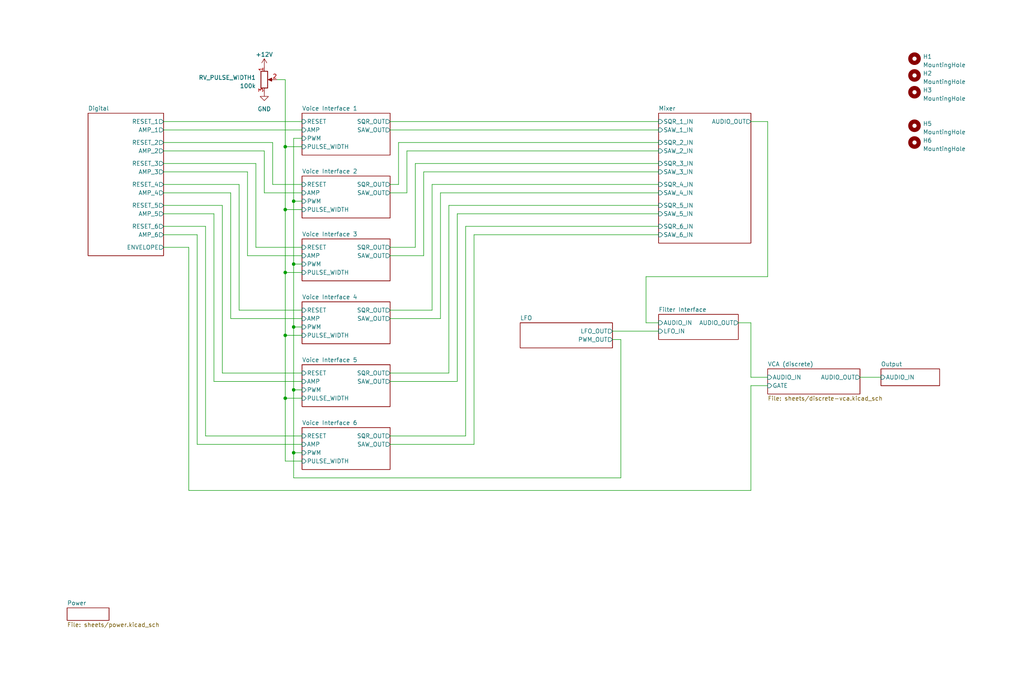
<source format=kicad_sch>
(kicad_sch (version 20230121) (generator eeschema)
  (paper "User" 310.007 210.007)
  (title_block (title "Brow — 6 voice paraphonic synth for Dr gLove") (date "2023-03-31") (company "Shmøergh") (comment 1 "All resistors are 1% except when noted"))
  (lib_symbols
    (symbol "Device:R_Potentiometer" (pin_names (offset 1.016) hide)
      (property "Reference" "RV" (at -4.445 0 90))
      (property "Value" "R_Potentiometer" (at -2.54 0 90))
      (symbol "R_Potentiometer_0_1"
        (polyline (pts (xy 2.54 0) (xy 1.524 0)))
        (polyline (pts (xy 1.143 0) (xy 2.286 0.508) (xy 2.286 -0.508) (xy 1.143 0)) (fill (type outline)))
        (rectangle (start 1.016 2.54) (end -1.016 -2.54) (stroke (width 0.254)))
      )
      (symbol "R_Potentiometer_1_1"
        (pin passive line (at 0 3.81 270) (length 1.27) (name "1") (number "1"))
        (pin passive line (at 3.81 0 180) (length 1.27) (name "2") (number "2"))
        (pin passive line (at 0 -3.81 90) (length 1.27) (name "3") (number "3"))
      )
    )
    (symbol "GND_5" (power) (pin_names (offset 0))
      (property "Value" "GND_5" (at 0 -3.81 0))
      (symbol "GND_5_0_1"
        (polyline (pts (xy 0 0) (xy 0 -1.27) (xy 1.27 -1.27) (xy 0 -2.54) (xy -1.27 -1.27) (xy 0 -1.27)))
      )
      (symbol "GND_5_1_1"
        (pin power_in line (at 0 0 270) (length 0) hide (name "GND") (number "1"))
      )
    )
    (symbol "Mechanical:MountingHole" (pin_names (offset 1.016))
      (property "Reference" "H" (at 0 5.08 0))
      (property "Value" "MountingHole" (at 0 3.175 0))
      (symbol "MountingHole_0_1"
        (circle (center 0 0) (radius 1.27) (stroke (width 1.27)))
      )
    )
    (symbol "power:+12V" (power) (pin_names (offset 0))
      (property "Value" "+12V" (at 0 3.556 0))
      (symbol "+12V_0_1"
        (polyline (pts (xy -0.762 1.27) (xy 0 2.54)))
        (polyline (pts (xy 0 0) (xy 0 2.54)))
        (polyline (pts (xy 0 2.54) (xy 0.762 1.27)))
      )
      (symbol "+12V_1_1"
        (pin power_in line (at 0 0 90) (length 0) hide (name "+12V") (number "1"))
      )
    )
  )
  (junction (at 88.9 80.01))
  (junction (at 88.9 137.16))
  (junction (at 86.36 120.65))
  (junction (at 86.36 82.55))
  (junction (at 88.9 99.06))
  (junction (at 86.36 44.45))
  (junction (at 86.36 63.5))
  (junction (at 88.9 60.96))
  (junction (at 86.36 101.6))
  (junction (at 88.9 118.11))
  (wire (pts (xy 49.53 64.77) (xy 64.77 64.77)))
  (wire (pts (xy 118.11 96.52) (xy 133.35 96.52)))
  (wire (pts (xy 83.82 24.13) (xy 86.36 24.13)))
  (wire (pts (xy 118.11 93.98) (xy 130.81 93.98)))
  (wire (pts (xy 143.51 71.12) (xy 199.39 71.12)))
  (wire (pts (xy 118.11 134.62) (xy 143.51 134.62)))
  (wire (pts (xy 86.36 139.7) (xy 91.44 139.7)))
  (wire (pts (xy 64.77 115.57) (xy 91.44 115.57)))
  (wire (pts (xy 88.9 60.96) (xy 88.9 80.01)))
  (wire (pts (xy 143.51 134.62) (xy 143.51 71.12)))
  (wire (pts (xy 128.27 52.07) (xy 199.39 52.07)))
  (wire (pts (xy 140.97 132.08) (xy 140.97 68.58)))
  (wire (pts (xy 62.23 68.58) (xy 62.23 132.08)))
  (wire (pts (xy 77.47 74.93) (xy 91.44 74.93)))
  (wire (pts (xy 49.53 52.07) (xy 74.93 52.07)))
  (wire (pts (xy 130.81 93.98) (xy 130.81 55.88)))
  (wire (pts (xy 86.36 24.13) (xy 86.36 44.45)))
  (wire (pts (xy 88.9 60.96) (xy 91.44 60.96)))
  (wire (pts (xy 125.73 49.53) (xy 199.39 49.53)))
  (wire (pts (xy 82.55 55.88) (xy 91.44 55.88)))
  (wire (pts (xy 59.69 134.62) (xy 91.44 134.62)))
  (wire (pts (xy 49.53 39.37) (xy 91.44 39.37)))
  (wire (pts (xy 88.9 80.01) (xy 88.9 99.06)))
  (wire (pts (xy 140.97 68.58) (xy 199.39 68.58)))
  (wire (pts (xy 67.31 62.23) (xy 67.31 113.03)))
  (wire (pts (xy 118.11 77.47) (xy 128.27 77.47)))
  (wire (pts (xy 59.69 71.12) (xy 59.69 134.62)))
  (wire (pts (xy 123.19 58.42) (xy 123.19 45.72)))
  (wire (pts (xy 135.89 62.23) (xy 199.39 62.23)))
  (wire (pts (xy 49.53 58.42) (xy 69.85 58.42)))
  (wire (pts (xy 49.53 71.12) (xy 59.69 71.12)))
  (wire (pts (xy 57.15 148.59) (xy 227.33 148.59)))
  (wire (pts (xy 77.47 49.53) (xy 77.47 74.93)))
  (wire (pts (xy 138.43 115.57) (xy 138.43 64.77)))
  (wire (pts (xy 223.52 97.79) (xy 227.33 97.79)))
  (wire (pts (xy 227.33 114.3) (xy 232.41 114.3)))
  (wire (pts (xy 49.53 43.18) (xy 82.55 43.18)))
  (wire (pts (xy 86.36 44.45) (xy 86.36 63.5)))
  (wire (pts (xy 232.41 36.83) (xy 232.41 83.82)))
  (wire (pts (xy 86.36 63.5) (xy 91.44 63.5)))
  (wire (pts (xy 128.27 77.47) (xy 128.27 52.07)))
  (wire (pts (xy 88.9 137.16) (xy 91.44 137.16)))
  (wire (pts (xy 118.11 36.83) (xy 199.39 36.83)))
  (wire (pts (xy 72.39 93.98) (xy 91.44 93.98)))
  (wire (pts (xy 67.31 113.03) (xy 91.44 113.03)))
  (wire (pts (xy 227.33 148.59) (xy 227.33 116.84)))
  (wire (pts (xy 72.39 55.88) (xy 72.39 93.98)))
  (wire (pts (xy 185.42 102.87) (xy 187.96 102.87)))
  (wire (pts (xy 49.53 45.72) (xy 80.01 45.72)))
  (wire (pts (xy 80.01 58.42) (xy 91.44 58.42)))
  (wire (pts (xy 49.53 55.88) (xy 72.39 55.88)))
  (wire (pts (xy 86.36 120.65) (xy 86.36 139.7)))
  (wire (pts (xy 123.19 45.72) (xy 199.39 45.72)))
  (wire (pts (xy 195.58 97.79) (xy 199.39 97.79)))
  (wire (pts (xy 118.11 113.03) (xy 135.89 113.03)))
  (wire (pts (xy 64.77 64.77) (xy 64.77 115.57)))
  (wire (pts (xy 125.73 74.93) (xy 125.73 49.53)))
  (wire (pts (xy 195.58 83.82) (xy 195.58 97.79)))
  (wire (pts (xy 133.35 96.52) (xy 133.35 58.42)))
  (wire (pts (xy 88.9 80.01) (xy 91.44 80.01)))
  (wire (pts (xy 187.96 144.78) (xy 88.9 144.78)))
  (wire (pts (xy 130.81 55.88) (xy 199.39 55.88)))
  (wire (pts (xy 260.35 114.3) (xy 266.7 114.3)))
  (wire (pts (xy 49.53 74.93) (xy 57.15 74.93)))
  (wire (pts (xy 74.93 52.07) (xy 74.93 77.47)))
  (wire (pts (xy 185.42 100.33) (xy 199.39 100.33)))
  (wire (pts (xy 88.9 118.11) (xy 88.9 137.16)))
  (wire (pts (xy 86.36 101.6) (xy 86.36 120.65)))
  (wire (pts (xy 49.53 68.58) (xy 62.23 68.58)))
  (wire (pts (xy 187.96 102.87) (xy 187.96 144.78)))
  (wire (pts (xy 133.35 58.42) (xy 199.39 58.42)))
  (wire (pts (xy 57.15 74.93) (xy 57.15 148.59)))
  (wire (pts (xy 86.36 63.5) (xy 86.36 82.55)))
  (wire (pts (xy 49.53 49.53) (xy 77.47 49.53)))
  (wire (pts (xy 118.11 115.57) (xy 138.43 115.57)))
  (wire (pts (xy 86.36 44.45) (xy 91.44 44.45)))
  (wire (pts (xy 120.65 55.88) (xy 120.65 43.18)))
  (wire (pts (xy 118.11 74.93) (xy 125.73 74.93)))
  (wire (pts (xy 118.11 39.37) (xy 199.39 39.37)))
  (wire (pts (xy 82.55 43.18) (xy 82.55 55.88)))
  (wire (pts (xy 69.85 58.42) (xy 69.85 96.52)))
  (wire (pts (xy 88.9 99.06) (xy 88.9 118.11)))
  (wire (pts (xy 49.53 36.83) (xy 91.44 36.83)))
  (wire (pts (xy 138.43 64.77) (xy 199.39 64.77)))
  (wire (pts (xy 88.9 118.11) (xy 91.44 118.11)))
  (wire (pts (xy 69.85 96.52) (xy 91.44 96.52)))
  (wire (pts (xy 80.01 45.72) (xy 80.01 58.42)))
  (wire (pts (xy 88.9 99.06) (xy 91.44 99.06)))
  (wire (pts (xy 74.93 77.47) (xy 91.44 77.47)))
  (wire (pts (xy 227.33 97.79) (xy 227.33 114.3)))
  (wire (pts (xy 118.11 55.88) (xy 120.65 55.88)))
  (wire (pts (xy 118.11 132.08) (xy 140.97 132.08)))
  (wire (pts (xy 62.23 132.08) (xy 91.44 132.08)))
  (wire (pts (xy 86.36 82.55) (xy 91.44 82.55)))
  (wire (pts (xy 88.9 41.91) (xy 88.9 60.96)))
  (wire (pts (xy 91.44 120.65) (xy 86.36 120.65)))
  (wire (pts (xy 88.9 144.78) (xy 88.9 137.16)))
  (wire (pts (xy 86.36 82.55) (xy 86.36 101.6)))
  (wire (pts (xy 232.41 83.82) (xy 195.58 83.82)))
  (wire (pts (xy 49.53 62.23) (xy 67.31 62.23)))
  (wire (pts (xy 88.9 41.91) (xy 91.44 41.91)))
  (wire (pts (xy 227.33 116.84) (xy 232.41 116.84)))
  (wire (pts (xy 227.33 36.83) (xy 232.41 36.83)))
  (wire (pts (xy 120.65 43.18) (xy 199.39 43.18)))
  (wire (pts (xy 135.89 113.03) (xy 135.89 62.23)))
  (wire (pts (xy 86.36 101.6) (xy 91.44 101.6)))
  (wire (pts (xy 118.11 58.42) (xy 123.19 58.42)))
  (symbol (lib_id "Mechanical:MountingHole") (at 276.86 43.18 0) (unit 1)
    (property "Reference" "H6" (at 279.4 42.545 0) (effects (justify left)))
    (property "Value" "MountingHole" (at 279.4 45.085 0) (effects (justify left)))
    (property "Footprint" "MountingHole:MountingHole_3mm_Pad" (effects hide))
  )
  (symbol (lib_name "GND_5") (lib_id "power:GND") (at 80.01 27.94 0) (unit 1)
    (property "Reference" "#PWR095" (effects hide))
    (property "Value" "GND" (at 80.01 33.02 0))
  )
  (symbol (lib_id "Mechanical:MountingHole") (at 276.86 38.1 0) (unit 1)
    (property "Reference" "H5" (at 279.4 37.465 0) (effects (justify left)))
    (property "Value" "MountingHole" (at 279.4 40.005 0) (effects (justify left)))
    (property "Footprint" "MountingHole:MountingHole_3mm_Pad" (effects hide))
  )
  (symbol (lib_id "Mechanical:MountingHole") (at 276.86 27.94 0) (unit 1)
    (property "Reference" "H3" (at 279.4 27.305 0) (effects (justify left)))
    (property "Value" "MountingHole" (at 279.4 29.845 0) (effects (justify left)))
    (property "Footprint" "MountingHole:MountingHole_3mm_Pad" (effects hide))
  )
  (symbol (lib_id "power:+12V") (at 80.01 20.32 0) (unit 1)
    (property "Reference" "#PWR094" (effects hide))
    (property "Value" "+12V" (at 80.01 16.51 0))
  )
  (symbol (lib_id "Mechanical:MountingHole") (at 276.86 17.78 0) (unit 1)
    (property "Reference" "H1" (at 279.4 17.145 0) (effects (justify left)))
    (property "Value" "MountingHole" (at 279.4 19.685 0) (effects (justify left)))
    (property "Footprint" "MountingHole:MountingHole_3mm_Pad" (effects hide))
  )
  (symbol (lib_id "Mechanical:MountingHole") (at 276.86 22.86 0) (unit 1)
    (property "Reference" "H2" (at 279.4 22.225 0) (effects (justify left)))
    (property "Value" "MountingHole" (at 279.4 24.765 0) (effects (justify left)))
    (property "Footprint" "MountingHole:MountingHole_3mm_Pad" (effects hide))
  )
  (symbol (lib_id "Device:R_Potentiometer") (at 80.01 24.13 0) (unit 1)
    (property "Reference" "RV_PULSE_WIDTH1" (at 77.47 23.495 0) (effects (justify right)))
    (property "Value" "100k" (at 77.47 26.035 0) (effects (justify right)))
    (property "Footprint" "Shmoergh_Custom_Footprints:NSL25_01x03_Vertical" (effects hide))
  )
  (sheet (at 157.48 97.79) (size 27.94 7.62) (stroke (width 0.1524))
    (property "Sheetname" "LFO" (at 157.48 97.0784 0) (effects (justify left bottom)))
    (property "Sheetfile" "sheets/lfo.kicad_sch" (effects hide))
    (pin "LFO_OUT" output (at 185.42 100.33 0))
    (pin "PWM_OUT" output (at 185.42 102.87 0))
  )
  (sheet (at 91.44 91.44) (size 26.67 12.7) (stroke (width 0.1524))
    (property "Sheetname" "Voice Interface 4" (at 91.44 90.7284 0) (effects (justify left bottom)))
    (property "Sheetfile" "sheets/voice-interface.kicad_sch" (effects hide))
    (pin "RESET" input (at 91.44 93.98 180))
    (pin "AMP" input (at 91.44 96.52 180))
    (pin "PWM" input (at 91.44 99.06 180))
    (pin "PULSE_WIDTH" input (at 91.44 101.6 180))
    (pin "SQR_OUT" output (at 118.11 93.98 0))
    (pin "SAW_OUT" output (at 118.11 96.52 0))
  )
  (sheet (at 20.32 184.15) (size 12.7 3.81) (stroke (width 0.1524))
    (property "Sheetname" "Power" (at 20.32 183.4384 0) (effects (justify left bottom)))
    (property "Sheetfile" "sheets/power.kicad_sch" (at 20.32 188.5446 0) (effects (justify left top)))
  )
  (sheet (at 266.7 111.76) (size 17.78 5.08) (stroke (width 0.1524))
    (property "Sheetname" "Output" (at 266.7 111.0484 0) (effects (justify left bottom)))
    (property "Sheetfile" "sheets/output.kicad_sch" (effects hide))
    (pin "AUDIO_IN" input (at 266.7 114.3 180))
  )
  (sheet (at 199.39 95.25) (size 24.13 7.62) (stroke (width 0.1524))
    (property "Sheetname" "Filter Interface" (at 199.39 94.5384 0) (effects (justify left bottom)))
    (property "Sheetfile" "sheets/filter-interface.kicad_sch" (effects hide))
    (pin "AUDIO_IN" input (at 199.39 97.79 180))
    (pin "AUDIO_OUT" output (at 223.52 97.79 0))
    (pin "LFO_IN" input (at 199.39 100.33 180))
  )
  (sheet (at 232.41 111.76) (size 27.94 7.62) (stroke (width 0.1524))
    (property "Sheetname" "VCA (discrete)" (at 232.41 111.0484 0) (effects (justify left bottom)))
    (property "Sheetfile" "sheets/discrete-vca.kicad_sch" (at 232.41 119.9646 0) (effects (justify left top)))
    (pin "GATE" input (at 232.41 116.84 180))
    (pin "AUDIO_IN" input (at 232.41 114.3 180))
    (pin "AUDIO_OUT" output (at 260.35 114.3 0))
  )
  (sheet (at 91.44 110.49) (size 26.67 12.7) (stroke (width 0.1524))
    (property "Sheetname" "Voice Interface 5" (at 91.44 109.7784 0) (effects (justify left bottom)))
    (property "Sheetfile" "sheets/voice-interface.kicad_sch" (effects hide))
    (pin "RESET" input (at 91.44 113.03 180))
    (pin "AMP" input (at 91.44 115.57 180))
    (pin "PWM" input (at 91.44 118.11 180))
    (pin "PULSE_WIDTH" input (at 91.44 120.65 180))
    (pin "SQR_OUT" output (at 118.11 113.03 0))
    (pin "SAW_OUT" output (at 118.11 115.57 0))
  )
  (sheet (at 91.44 72.39) (size 26.67 12.7) (stroke (width 0.1524))
    (property "Sheetname" "Voice Interface 3" (at 91.44 71.6784 0) (effects (justify left bottom)))
    (property "Sheetfile" "sheets/voice-interface.kicad_sch" (effects hide))
    (pin "RESET" input (at 91.44 74.93 180))
    (pin "AMP" input (at 91.44 77.47 180))
    (pin "PWM" input (at 91.44 80.01 180))
    (pin "PULSE_WIDTH" input (at 91.44 82.55 180))
    (pin "SQR_OUT" output (at 118.11 74.93 0))
    (pin "SAW_OUT" output (at 118.11 77.47 0))
  )
  (sheet (at 26.67 34.29) (size 22.86 43.18) (stroke (width 0.1524))
    (property "Sheetname" "Digital" (at 26.67 33.5784 0) (effects (justify left bottom)))
    (property "Sheetfile" "sheets/digital.kicad_sch" (effects hide))
    (pin "RESET_4" output (at 49.53 55.88 0))
    (pin "AMP_4" output (at 49.53 58.42 0))
    (pin "RESET_5" output (at 49.53 62.23 0))
    (pin "AMP_5" output (at 49.53 64.77 0))
    (pin "RESET_6" output (at 49.53 68.58 0))
    (pin "AMP_6" output (at 49.53 71.12 0))
    (pin "RESET_2" output (at 49.53 43.18 0))
    (pin "AMP_2" output (at 49.53 45.72 0))
    (pin "RESET_3" output (at 49.53 49.53 0))
    (pin "AMP_3" output (at 49.53 52.07 0))
    (pin "RESET_1" output (at 49.53 36.83 0))
    (pin "AMP_1" output (at 49.53 39.37 0))
    (pin "ENVELOPE" output (at 49.53 74.93 0))
  )
  (sheet (at 199.39 34.29) (size 27.94 39.37) (stroke (width 0.1524))
    (property "Sheetname" "Mixer" (at 199.39 33.5784 0) (effects (justify left bottom)))
    (property "Sheetfile" "sheets/mixer.kicad_sch" (effects hide))
    (pin "AUDIO_OUT" output (at 227.33 36.83 0))
    (pin "SQR_6_IN" input (at 199.39 68.58 180))
    (pin "SQR_4_IN" input (at 199.39 55.88 180))
    (pin "SQR_5_IN" input (at 199.39 62.23 180))
    (pin "SQR_3_IN" input (at 199.39 49.53 180))
    (pin "SQR_1_IN" input (at 199.39 36.83 180))
    (pin "SQR_2_IN" input (at 199.39 43.18 180))
    (pin "SAW_3_IN" input (at 199.39 52.07 180))
    (pin "SAW_2_IN" input (at 199.39 45.72 180))
    (pin "SAW_1_IN" input (at 199.39 39.37 180))
    (pin "SAW_5_IN" input (at 199.39 64.77 180))
    (pin "SAW_6_IN" input (at 199.39 71.12 180))
    (pin "SAW_4_IN" input (at 199.39 58.42 180))
  )
  (sheet (at 91.44 129.54) (size 26.67 12.7) (stroke (width 0.1524))
    (property "Sheetname" "Voice Interface 6" (at 91.44 128.8284 0) (effects (justify left bottom)))
    (property "Sheetfile" "sheets/voice-interface.kicad_sch" (effects hide))
    (pin "RESET" input (at 91.44 132.08 180))
    (pin "AMP" input (at 91.44 134.62 180))
    (pin "PWM" input (at 91.44 137.16 180))
    (pin "PULSE_WIDTH" input (at 91.44 139.7 180))
    (pin "SQR_OUT" output (at 118.11 132.08 0))
    (pin "SAW_OUT" output (at 118.11 134.62 0))
  )
  (sheet (at 91.44 53.34) (size 26.67 12.7) (stroke (width 0.1524))
    (property "Sheetname" "Voice Interface 2" (at 91.44 52.6284 0) (effects (justify left bottom)))
    (property "Sheetfile" "sheets/voice-interface.kicad_sch" (effects hide))
    (pin "AMP" input (at 91.44 58.42 180))
    (pin "PWM" input (at 91.44 60.96 180))
    (pin "PULSE_WIDTH" input (at 91.44 63.5 180))
    (pin "SQR_OUT" output (at 118.11 55.88 0))
    (pin "SAW_OUT" output (at 118.11 58.42 0))
    (pin "RESET" input (at 91.44 55.88 180))
  )
  (sheet (at 91.44 34.29) (size 26.67 12.7) (stroke (width 0.1524))
    (property "Sheetname" "Voice Interface 1" (at 91.44 33.5784 0) (effects (justify left bottom)))
    (property "Sheetfile" "sheets/voice-interface.kicad_sch" (effects hide))
    (pin "RESET" input (at 91.44 36.83 180))
    (pin "AMP" input (at 91.44 39.37 180))
    (pin "PWM" input (at 91.44 41.91 180))
    (pin "PULSE_WIDTH" input (at 91.44 44.45 180))
    (pin "SQR_OUT" output (at 118.11 36.83 0))
    (pin "SAW_OUT" output (at 118.11 39.37 0))
  )
)
</source>
